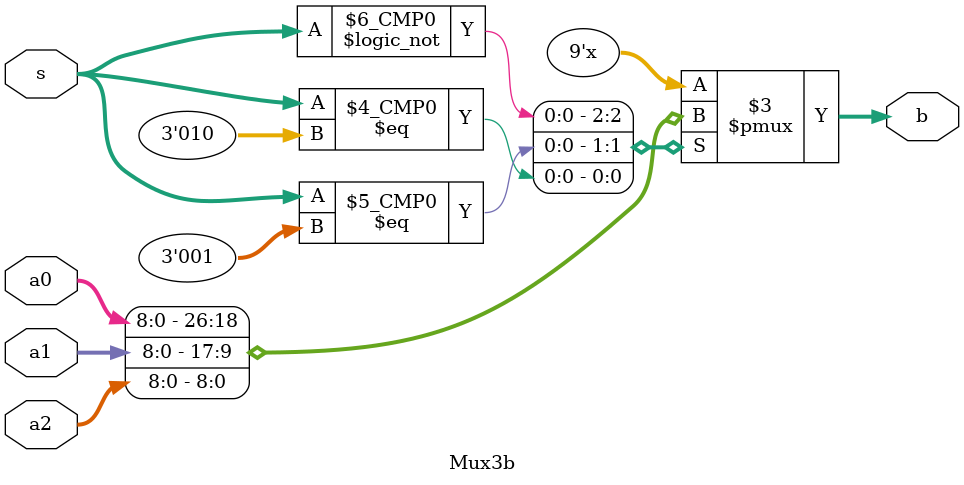
<source format=v>


module datapath(mdata,  //mdata is the 16-bit output of a memory block (Lab 7)
                sximm8, //sign ex. lower 8-bits of the instruction register.
                PC,     //“program counter” input lab8

                vsel, //input to the first multiplexer b4 regfile

                writenum,  //inputs to register file
                write,
                readnum,
                clk,

                loada,  //pipeline registers a & b
                loadb,

                shift,  //input to shifter unit

                sximm5, //input for toBin MUX

                asel,   //source opperand multiplexers
                bsel,

                ALUop,  //ALU input

                loadc,  //pipeline c
                loads,  //status register

                Z_out,  //status output
                datapath_out); //datapath output

//-------------------------------------------------------------

  //inputs and outputs

    input [15:0] mdata;  //inputs to datapath (used in lab7, not lab6) assign 0 for lab 6
    input [15:0] sximm8; //this is the actual input to look at in lab6
    input [7:0] PC; //PC is the program counter used in lab8-> assign 0 for lab 6

    input [1:0] vsel; //input to the first multiplexer b4 regfile

    input [2:0] writenum;  //inputs to register file
    input write;
    input [2:0] readnum;
    input clk;

    input loada;  //pipeline registers a & b
    input loadb;

    input [1:0] shift; //input to shifter unit

    input [15:0] sximm5; //input for toBin MUX

    input asel;   //source opperand multiplexers
    input bsel;

    input [1:0] ALUop;  //ALU input

    input loadc;  //pipeline c
    input loads; //status register

    output [2:0] Z_out;  //status output -> Z_out[0] = Zero flag(STATUS)
                                      // -> Z_out[1] =negative flag
                                      // -> Z_out[2] = overflow flag
    output [15:0] datapath_out; //datapath output

//--------------------------------------------------------------

  //Wires

    //into the regfile
    wire [15:0] data_in;
    //out of regfile
    wire [15:0] data_out;

    //wire out of LoadA (3->6)
    wire [15:0] loadaToMux;

    //wire into shifter
    wire [15:0] in;
    //wire out of shifter
    wire [15:0] sout;

    //wires into ALU
    wire[15:0] Ain, Bin;
    //wires out of the ALU
    wire [2:0] Z;
    wire[15:0]out;


//------------------------------------------------------------------

    //instantiating the main datapath Modules (Dont change the instance name)
    regfile REGFILE(data_in,writenum,write,readnum,clk,data_out);

    ALU alu(Ain,Bin,ALUop,out,Z);

    shifter SHIFTER(in,shift,sout);

//------------------------------------------------------------------

  //following is the code for the remaining logical blocks
  //check figure 1 of lab 5 for the numerical codes of the components
  //NOTE: the vDFFE is defined in the regfile.v file

  //Registers
    //Component3: Loada register
    vDFFE #(16) RegLoadA(.clk(clk), .en(loada),
                         .in(data_out), .out(loadaToMux));

   //Component4: Loadb register
   vDFFE #(16) RegLoadB(.clk(clk), .en(loadb),
                        .in(data_out), .out(in));

   //Component5: Loadc register
   vDFFE #(16) RegLoadC(.clk(clk), .en(loadc),
                        .in(out), .out(datapath_out));

   //Component10: Status register
   vDFFE #(3) RegStatus(.clk(clk), .en(loads),
                        .in(Z), .out(Z_out));

  //Multiplexers

  //NOTE: component9 needs to be changed ->done
    //Component9: Multiplexer before the regfile
    Mux4b #(16) BeforeRegfile(.a3(mdata), .a2(sximm8),
                              .a1({8'b0,PC}), .a0(datapath_out),
                              .s(vsel), .b(data_in));

    //Component6: Multiplexer after LoadA
    Mux2a #(16) toAin(.a1(16'b0), .a0(loadaToMux),
                              .s(asel), .b(Ain));

  //NOTE: component7 needs to be changed-> DONE
    //Component7: Multiplexer after LoadB and shifter
    Mux2a #(16) toBin(.a1(sximm5), .a0(sout),
                              .s(bsel), .b(Bin));

//--------------------------------------------------------------

endmodule



//-------------------------------------------------------------------

  //following are the modules made for the datapath


//2-input binary select MUX
  module Mux2a(a1, a0, s, b);
   parameter k = 1 ;
   input [k-1:0] a0, a1;  // inputs
   input s ;
   output[k-1:0] b ;

   assign b = (s) ? a1 : a0;

  endmodule


//Added for lab6
//4-Input-Binary-Select-MUX
  module Mux4b(a3, a2, a1, a0, s, b);

    parameter k = 16;
    input [k-1:0] a3, a2, a1, a0; //inputs
    input [1:0] s; //binary Select
    output [k-1:0] b;
    reg [k-1:0] b;

    always @ ( * ) begin
      case (s)
        2'b00: b= a0;
        2'b01: b= a1;
        2'b10: b= a2;
        2'b11: b= a3;
        default: b= 16'bx; // catches errors
      endcase
    end

  endmodule

  //Added for lab8
  //3-Input-Binary-Select-MUX
    module Mux3b(a2, a1, a0, s, b);

      parameter k = 9;
      input [k-1:0] a2, a1, a0; //inputs
      input [2:0] s; //1 hot Select
      output [k-1:0] b;
      reg [k-1:0] b;

      always @ ( * ) begin
        case (s)
          3'b00: b= a0;
          3'b01: b= a1;
          3'b10: b= a2;
          default: b= {k{1'bx}}; // catches errors
        endcase
      end

    endmodule

</source>
